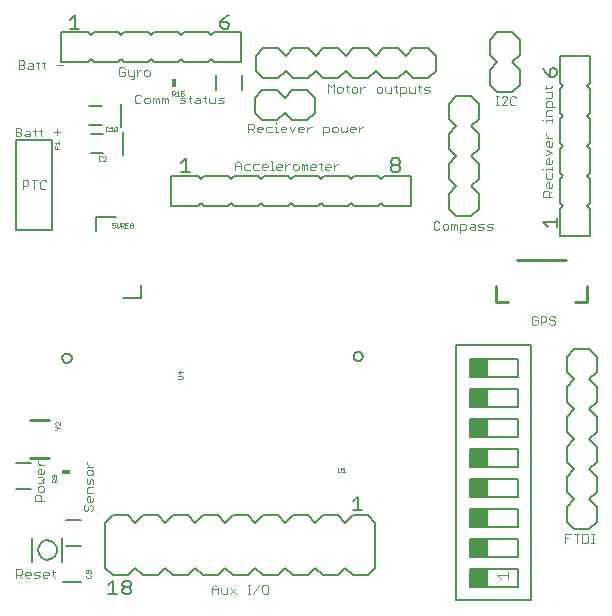
<source format=gto>
G75*
G70*
%OFA0B0*%
%FSLAX24Y24*%
%IPPOS*%
%LPD*%
%AMOC8*
5,1,8,0,0,1.08239X$1,22.5*
%
%ADD10C,0.0030*%
%ADD11C,0.0010*%
%ADD12C,0.0080*%
%ADD13C,0.0050*%
%ADD14C,0.0060*%
%ADD15C,0.0087*%
%ADD16C,0.0100*%
%ADD17R,0.0180X0.0300*%
%ADD18R,0.0600X0.0600*%
%ADD19R,0.0300X0.0180*%
D10*
X000729Y001284D02*
X000729Y001574D01*
X000874Y001574D01*
X000923Y001526D01*
X000923Y001429D01*
X000874Y001380D01*
X000729Y001380D01*
X000826Y001380D02*
X000923Y001284D01*
X001024Y001332D02*
X001024Y001429D01*
X001072Y001477D01*
X001169Y001477D01*
X001217Y001429D01*
X001217Y001380D01*
X001024Y001380D01*
X001024Y001332D02*
X001072Y001284D01*
X001169Y001284D01*
X001319Y001284D02*
X001464Y001284D01*
X001512Y001332D01*
X001464Y001380D01*
X001367Y001380D01*
X001319Y001429D01*
X001367Y001477D01*
X001512Y001477D01*
X001613Y001429D02*
X001662Y001477D01*
X001758Y001477D01*
X001807Y001429D01*
X001807Y001380D01*
X001613Y001380D01*
X001613Y001332D02*
X001613Y001429D01*
X001613Y001332D02*
X001662Y001284D01*
X001758Y001284D01*
X001956Y001332D02*
X001956Y001526D01*
X001908Y001477D02*
X002005Y001477D01*
X001956Y001332D02*
X002005Y001284D01*
X003033Y003513D02*
X003082Y003513D01*
X003130Y003561D01*
X003130Y003658D01*
X003178Y003707D01*
X003227Y003707D01*
X003275Y003658D01*
X003275Y003561D01*
X003227Y003513D01*
X003033Y003513D02*
X002985Y003561D01*
X002985Y003658D01*
X003033Y003707D01*
X003130Y003808D02*
X003082Y003856D01*
X003082Y003953D01*
X003130Y004001D01*
X003178Y004001D01*
X003178Y003808D01*
X003130Y003808D02*
X003227Y003808D01*
X003275Y003856D01*
X003275Y003953D01*
X003275Y004102D02*
X003082Y004102D01*
X003082Y004248D01*
X003130Y004296D01*
X003275Y004296D01*
X003275Y004397D02*
X003275Y004542D01*
X003227Y004591D01*
X003178Y004542D01*
X003178Y004445D01*
X003130Y004397D01*
X003082Y004445D01*
X003082Y004591D01*
X003130Y004692D02*
X003227Y004692D01*
X003275Y004740D01*
X003275Y004837D01*
X003227Y004885D01*
X003130Y004885D01*
X003082Y004837D01*
X003082Y004740D01*
X003130Y004692D01*
X003178Y004986D02*
X003082Y005083D01*
X003082Y005131D01*
X003082Y004986D02*
X003275Y004986D01*
X001641Y005026D02*
X001448Y005026D01*
X001544Y005026D02*
X001448Y005123D01*
X001448Y005171D01*
X001496Y004925D02*
X001544Y004925D01*
X001544Y004732D01*
X001496Y004732D02*
X001448Y004780D01*
X001448Y004877D01*
X001496Y004925D01*
X001641Y004877D02*
X001641Y004780D01*
X001593Y004732D01*
X001496Y004732D01*
X001448Y004631D02*
X001593Y004631D01*
X001641Y004582D01*
X001593Y004534D01*
X001641Y004485D01*
X001593Y004437D01*
X001448Y004437D01*
X001496Y004336D02*
X001448Y004288D01*
X001448Y004191D01*
X001496Y004142D01*
X001593Y004142D01*
X001641Y004191D01*
X001641Y004288D01*
X001593Y004336D01*
X001496Y004336D01*
X001496Y004041D02*
X001399Y004041D01*
X001351Y003993D01*
X001351Y003848D01*
X001641Y003848D01*
X001544Y003848D02*
X001544Y003993D01*
X001496Y004041D01*
X007262Y000951D02*
X007262Y000757D01*
X007262Y000902D02*
X007455Y000902D01*
X007455Y000951D02*
X007455Y000757D01*
X007556Y000806D02*
X007556Y000951D01*
X007455Y000951D02*
X007359Y001047D01*
X007262Y000951D01*
X007556Y000806D02*
X007605Y000757D01*
X007750Y000757D01*
X007750Y000951D01*
X007851Y000951D02*
X008045Y000757D01*
X007851Y000757D02*
X008045Y000951D01*
X008440Y001047D02*
X008537Y001047D01*
X008489Y001047D02*
X008489Y000757D01*
X008537Y000757D02*
X008440Y000757D01*
X008637Y000757D02*
X008830Y001047D01*
X008931Y000999D02*
X008931Y000806D01*
X008980Y000757D01*
X009077Y000757D01*
X009125Y000806D01*
X009125Y000999D01*
X009077Y001047D01*
X008980Y001047D01*
X008931Y000999D01*
X016755Y001366D02*
X017125Y001366D01*
X017125Y001243D02*
X017125Y001489D01*
X016879Y001243D02*
X016755Y001366D01*
X019014Y002450D02*
X019014Y002740D01*
X019207Y002740D01*
X019308Y002740D02*
X019502Y002740D01*
X019405Y002740D02*
X019405Y002450D01*
X019603Y002450D02*
X019603Y002740D01*
X019748Y002740D01*
X019796Y002692D01*
X019796Y002498D01*
X019748Y002450D01*
X019603Y002450D01*
X019898Y002450D02*
X019994Y002450D01*
X019946Y002450D02*
X019946Y002740D01*
X019898Y002740D02*
X019994Y002740D01*
X019110Y002595D02*
X019014Y002595D01*
X018646Y009714D02*
X018549Y009714D01*
X018501Y009762D01*
X018549Y009859D02*
X018501Y009907D01*
X018501Y009956D01*
X018549Y010004D01*
X018646Y010004D01*
X018694Y009956D01*
X018646Y009859D02*
X018694Y009811D01*
X018694Y009762D01*
X018646Y009714D01*
X018646Y009859D02*
X018549Y009859D01*
X018399Y009859D02*
X018351Y009811D01*
X018206Y009811D01*
X018206Y009714D02*
X018206Y010004D01*
X018351Y010004D01*
X018399Y009956D01*
X018399Y009859D01*
X018105Y009859D02*
X018105Y009762D01*
X018056Y009714D01*
X017960Y009714D01*
X017911Y009762D01*
X017911Y009956D01*
X017960Y010004D01*
X018056Y010004D01*
X018105Y009956D01*
X018105Y009859D02*
X018008Y009859D01*
X015528Y012786D02*
X015528Y013077D01*
X015673Y013077D01*
X015721Y013028D01*
X015721Y012932D01*
X015673Y012883D01*
X015528Y012883D01*
X015426Y012883D02*
X015426Y013028D01*
X015378Y013077D01*
X015330Y013028D01*
X015330Y012883D01*
X015233Y012883D02*
X015233Y013077D01*
X015281Y013077D01*
X015330Y013028D01*
X015132Y013028D02*
X015083Y013077D01*
X014987Y013077D01*
X014938Y013028D01*
X014938Y012932D01*
X014987Y012883D01*
X015083Y012883D01*
X015132Y012932D01*
X015132Y013028D01*
X014837Y012932D02*
X014789Y012883D01*
X014692Y012883D01*
X014644Y012932D01*
X014644Y013125D01*
X014692Y013173D01*
X014789Y013173D01*
X014837Y013125D01*
X015822Y012932D02*
X015871Y012980D01*
X016016Y012980D01*
X016016Y013028D02*
X016016Y012883D01*
X015871Y012883D01*
X015822Y012932D01*
X015871Y013077D02*
X015967Y013077D01*
X016016Y013028D01*
X016117Y013028D02*
X016165Y013077D01*
X016310Y013077D01*
X016262Y012980D02*
X016165Y012980D01*
X016117Y013028D01*
X016117Y012883D02*
X016262Y012883D01*
X016310Y012932D01*
X016262Y012980D01*
X016412Y013028D02*
X016460Y013077D01*
X016605Y013077D01*
X016557Y012980D02*
X016460Y012980D01*
X016412Y013028D01*
X016412Y012883D02*
X016557Y012883D01*
X016605Y012932D01*
X016557Y012980D01*
X018300Y013986D02*
X018300Y014131D01*
X018348Y014179D01*
X018445Y014179D01*
X018493Y014131D01*
X018493Y013986D01*
X018493Y014082D02*
X018590Y014179D01*
X018542Y014280D02*
X018445Y014280D01*
X018397Y014329D01*
X018397Y014425D01*
X018445Y014474D01*
X018493Y014474D01*
X018493Y014280D01*
X018542Y014280D02*
X018590Y014329D01*
X018590Y014425D01*
X018542Y014575D02*
X018445Y014575D01*
X018397Y014623D01*
X018397Y014768D01*
X018397Y014869D02*
X018397Y014918D01*
X018590Y014918D01*
X018590Y014966D02*
X018590Y014869D01*
X018590Y014768D02*
X018590Y014623D01*
X018542Y014575D01*
X018300Y014918D02*
X018251Y014918D01*
X018445Y015066D02*
X018397Y015114D01*
X018397Y015211D01*
X018445Y015259D01*
X018493Y015259D01*
X018493Y015066D01*
X018445Y015066D02*
X018542Y015066D01*
X018590Y015114D01*
X018590Y015211D01*
X018397Y015361D02*
X018590Y015457D01*
X018397Y015554D01*
X018445Y015655D02*
X018397Y015704D01*
X018397Y015800D01*
X018445Y015849D01*
X018493Y015849D01*
X018493Y015655D01*
X018445Y015655D02*
X018542Y015655D01*
X018590Y015704D01*
X018590Y015800D01*
X018590Y015950D02*
X018397Y015950D01*
X018493Y015950D02*
X018397Y016047D01*
X018397Y016095D01*
X018397Y016490D02*
X018397Y016538D01*
X018590Y016538D01*
X018590Y016490D02*
X018590Y016587D01*
X018590Y016686D02*
X018397Y016686D01*
X018397Y016832D01*
X018445Y016880D01*
X018590Y016880D01*
X018590Y016981D02*
X018590Y017126D01*
X018542Y017175D01*
X018445Y017175D01*
X018397Y017126D01*
X018397Y016981D01*
X018687Y016981D01*
X018542Y017276D02*
X018397Y017276D01*
X018542Y017276D02*
X018590Y017324D01*
X018590Y017469D01*
X018397Y017469D01*
X018397Y017570D02*
X018397Y017667D01*
X018348Y017619D02*
X018542Y017619D01*
X018590Y017667D01*
X018300Y016538D02*
X018251Y016538D01*
X017395Y017085D02*
X017347Y017037D01*
X017250Y017037D01*
X017202Y017085D01*
X017202Y017279D01*
X017250Y017327D01*
X017347Y017327D01*
X017395Y017279D01*
X017100Y017279D02*
X017052Y017327D01*
X016955Y017327D01*
X016907Y017279D01*
X016807Y017327D02*
X016711Y017327D01*
X016759Y017327D02*
X016759Y017037D01*
X016711Y017037D02*
X016807Y017037D01*
X016907Y017037D02*
X017100Y017230D01*
X017100Y017279D01*
X017100Y017037D02*
X016907Y017037D01*
X014505Y017498D02*
X014457Y017547D01*
X014360Y017547D01*
X014312Y017595D01*
X014360Y017644D01*
X014505Y017644D01*
X014505Y017498D02*
X014457Y017450D01*
X014312Y017450D01*
X014212Y017450D02*
X014164Y017498D01*
X014164Y017692D01*
X014116Y017644D02*
X014212Y017644D01*
X014014Y017644D02*
X014014Y017450D01*
X013869Y017450D01*
X013821Y017498D01*
X013821Y017644D01*
X013720Y017595D02*
X013720Y017498D01*
X013671Y017450D01*
X013526Y017450D01*
X013526Y017353D02*
X013526Y017644D01*
X013671Y017644D01*
X013720Y017595D01*
X013427Y017644D02*
X013330Y017644D01*
X013378Y017692D02*
X013378Y017498D01*
X013427Y017450D01*
X013229Y017450D02*
X013229Y017644D01*
X013035Y017644D02*
X013035Y017498D01*
X013084Y017450D01*
X013229Y017450D01*
X012934Y017498D02*
X012934Y017595D01*
X012886Y017644D01*
X012789Y017644D01*
X012741Y017595D01*
X012741Y017498D01*
X012789Y017450D01*
X012886Y017450D01*
X012934Y017498D01*
X012346Y017644D02*
X012297Y017644D01*
X012200Y017547D01*
X012200Y017450D02*
X012200Y017644D01*
X012099Y017595D02*
X012051Y017644D01*
X011954Y017644D01*
X011906Y017595D01*
X011906Y017498D01*
X011954Y017450D01*
X012051Y017450D01*
X012099Y017498D01*
X012099Y017595D01*
X011806Y017644D02*
X011709Y017644D01*
X011758Y017692D02*
X011758Y017498D01*
X011806Y017450D01*
X011608Y017498D02*
X011608Y017595D01*
X011560Y017644D01*
X011463Y017644D01*
X011415Y017595D01*
X011415Y017498D01*
X011463Y017450D01*
X011560Y017450D01*
X011608Y017498D01*
X011314Y017450D02*
X011314Y017740D01*
X011217Y017644D01*
X011120Y017740D01*
X011120Y017450D01*
X011112Y016325D02*
X010967Y016325D01*
X010967Y016034D01*
X010967Y016131D02*
X011112Y016131D01*
X011160Y016180D01*
X011160Y016276D01*
X011112Y016325D01*
X011262Y016276D02*
X011262Y016180D01*
X011310Y016131D01*
X011407Y016131D01*
X011455Y016180D01*
X011455Y016276D01*
X011407Y016325D01*
X011310Y016325D01*
X011262Y016276D01*
X011556Y016325D02*
X011556Y016180D01*
X011605Y016131D01*
X011653Y016180D01*
X011701Y016131D01*
X011750Y016180D01*
X011750Y016325D01*
X011851Y016276D02*
X011899Y016325D01*
X011996Y016325D01*
X012044Y016276D01*
X012044Y016228D01*
X011851Y016228D01*
X011851Y016180D02*
X011851Y016276D01*
X011851Y016180D02*
X011899Y016131D01*
X011996Y016131D01*
X012146Y016131D02*
X012146Y016325D01*
X012242Y016325D02*
X012146Y016228D01*
X012242Y016325D02*
X012291Y016325D01*
X011465Y015065D02*
X011416Y015065D01*
X011320Y014968D01*
X011320Y014871D02*
X011320Y015065D01*
X011218Y015016D02*
X011218Y014968D01*
X011025Y014968D01*
X011025Y014920D02*
X011025Y015016D01*
X011073Y015065D01*
X011170Y015065D01*
X011218Y015016D01*
X011170Y014871D02*
X011073Y014871D01*
X011025Y014920D01*
X010925Y014871D02*
X010877Y014920D01*
X010877Y015113D01*
X010829Y015065D02*
X010925Y015065D01*
X010727Y015016D02*
X010727Y014968D01*
X010534Y014968D01*
X010534Y014920D02*
X010534Y015016D01*
X010582Y015065D01*
X010679Y015065D01*
X010727Y015016D01*
X010679Y014871D02*
X010582Y014871D01*
X010534Y014920D01*
X010433Y014871D02*
X010433Y015016D01*
X010384Y015065D01*
X010336Y015016D01*
X010336Y014871D01*
X010239Y014871D02*
X010239Y015065D01*
X010288Y015065D01*
X010336Y015016D01*
X010138Y015016D02*
X010090Y015065D01*
X009993Y015065D01*
X009945Y015016D01*
X009945Y014920D01*
X009993Y014871D01*
X010090Y014871D01*
X010138Y014920D01*
X010138Y015016D01*
X009844Y015065D02*
X009796Y015065D01*
X009699Y014968D01*
X009699Y014871D02*
X009699Y015065D01*
X009598Y015016D02*
X009598Y014968D01*
X009404Y014968D01*
X009404Y014920D02*
X009404Y015016D01*
X009453Y015065D01*
X009550Y015065D01*
X009598Y015016D01*
X009550Y014871D02*
X009453Y014871D01*
X009404Y014920D01*
X009305Y014871D02*
X009208Y014871D01*
X009256Y014871D02*
X009256Y015162D01*
X009208Y015162D01*
X009107Y015016D02*
X009107Y014968D01*
X008913Y014968D01*
X008913Y014920D02*
X008913Y015016D01*
X008962Y015065D01*
X009059Y015065D01*
X009107Y015016D01*
X009059Y014871D02*
X008962Y014871D01*
X008913Y014920D01*
X008812Y014871D02*
X008667Y014871D01*
X008619Y014920D01*
X008619Y015016D01*
X008667Y015065D01*
X008812Y015065D01*
X008518Y015065D02*
X008372Y015065D01*
X008324Y015016D01*
X008324Y014920D01*
X008372Y014871D01*
X008518Y014871D01*
X008223Y014871D02*
X008223Y015065D01*
X008126Y015162D01*
X008029Y015065D01*
X008029Y014871D01*
X008029Y015016D02*
X008223Y015016D01*
X008463Y016131D02*
X008463Y016421D01*
X008608Y016421D01*
X008656Y016373D01*
X008656Y016276D01*
X008608Y016228D01*
X008463Y016228D01*
X008559Y016228D02*
X008656Y016131D01*
X008757Y016180D02*
X008757Y016276D01*
X008806Y016325D01*
X008902Y016325D01*
X008951Y016276D01*
X008951Y016228D01*
X008757Y016228D01*
X008757Y016180D02*
X008806Y016131D01*
X008902Y016131D01*
X009052Y016180D02*
X009100Y016131D01*
X009245Y016131D01*
X009346Y016131D02*
X009443Y016131D01*
X009395Y016131D02*
X009395Y016325D01*
X009346Y016325D01*
X009245Y016325D02*
X009100Y016325D01*
X009052Y016276D01*
X009052Y016180D01*
X009395Y016421D02*
X009395Y016470D01*
X009591Y016325D02*
X009543Y016276D01*
X009543Y016180D01*
X009591Y016131D01*
X009688Y016131D01*
X009736Y016228D02*
X009543Y016228D01*
X009591Y016325D02*
X009688Y016325D01*
X009736Y016276D01*
X009736Y016228D01*
X009838Y016325D02*
X009934Y016131D01*
X010031Y016325D01*
X010132Y016276D02*
X010181Y016325D01*
X010277Y016325D01*
X010326Y016276D01*
X010326Y016228D01*
X010132Y016228D01*
X010132Y016180D02*
X010132Y016276D01*
X010132Y016180D02*
X010181Y016131D01*
X010277Y016131D01*
X010427Y016131D02*
X010427Y016325D01*
X010524Y016325D02*
X010572Y016325D01*
X010524Y016325D02*
X010427Y016228D01*
X007646Y017144D02*
X007598Y017096D01*
X007453Y017096D01*
X007352Y017096D02*
X007352Y017289D01*
X007453Y017241D02*
X007501Y017289D01*
X007646Y017289D01*
X007598Y017193D02*
X007501Y017193D01*
X007453Y017241D01*
X007598Y017193D02*
X007646Y017144D01*
X007352Y017096D02*
X007206Y017096D01*
X007158Y017144D01*
X007158Y017289D01*
X007058Y017289D02*
X006962Y017289D01*
X007010Y017338D02*
X007010Y017144D01*
X007058Y017096D01*
X006860Y017096D02*
X006860Y017241D01*
X006812Y017289D01*
X006715Y017289D01*
X006715Y017193D02*
X006860Y017193D01*
X006860Y017096D02*
X006715Y017096D01*
X006667Y017144D01*
X006715Y017193D01*
X006567Y017289D02*
X006471Y017289D01*
X006519Y017338D02*
X006519Y017144D01*
X006567Y017096D01*
X006369Y017144D02*
X006321Y017193D01*
X006224Y017193D01*
X006176Y017241D01*
X006224Y017289D01*
X006369Y017289D01*
X006369Y017144D02*
X006321Y017096D01*
X006176Y017096D01*
X005780Y017096D02*
X005780Y017241D01*
X005732Y017289D01*
X005683Y017241D01*
X005683Y017096D01*
X005587Y017096D02*
X005587Y017289D01*
X005635Y017289D01*
X005683Y017241D01*
X005485Y017241D02*
X005485Y017096D01*
X005389Y017096D02*
X005389Y017241D01*
X005437Y017289D01*
X005485Y017241D01*
X005389Y017241D02*
X005340Y017289D01*
X005292Y017289D01*
X005292Y017096D01*
X005191Y017144D02*
X005142Y017096D01*
X005046Y017096D01*
X004997Y017144D01*
X004997Y017241D01*
X005046Y017289D01*
X005142Y017289D01*
X005191Y017241D01*
X005191Y017144D01*
X004896Y017144D02*
X004848Y017096D01*
X004751Y017096D01*
X004703Y017144D01*
X004703Y017338D01*
X004751Y017386D01*
X004848Y017386D01*
X004896Y017338D01*
X004591Y017905D02*
X004543Y017905D01*
X004591Y017905D02*
X004640Y017953D01*
X004640Y018195D01*
X004741Y018195D02*
X004741Y018001D01*
X004741Y018098D02*
X004838Y018195D01*
X004886Y018195D01*
X004986Y018146D02*
X004986Y018050D01*
X005035Y018001D01*
X005131Y018001D01*
X005180Y018050D01*
X005180Y018146D01*
X005131Y018195D01*
X005035Y018195D01*
X004986Y018146D01*
X004640Y018001D02*
X004495Y018001D01*
X004446Y018050D01*
X004446Y018195D01*
X004345Y018243D02*
X004297Y018292D01*
X004200Y018292D01*
X004152Y018243D01*
X004152Y018050D01*
X004200Y018001D01*
X004297Y018001D01*
X004345Y018050D01*
X004345Y018146D01*
X004248Y018146D01*
X002275Y018383D02*
X002082Y018383D01*
X001688Y018431D02*
X001591Y018431D01*
X001639Y018479D02*
X001639Y018286D01*
X001688Y018238D01*
X001491Y018238D02*
X001443Y018286D01*
X001443Y018479D01*
X001491Y018431D02*
X001394Y018431D01*
X001293Y018383D02*
X001293Y018238D01*
X001148Y018238D01*
X001100Y018286D01*
X001148Y018334D01*
X001293Y018334D01*
X001293Y018383D02*
X001245Y018431D01*
X001148Y018431D01*
X000999Y018431D02*
X000950Y018383D01*
X000805Y018383D01*
X000805Y018528D02*
X000950Y018528D01*
X000999Y018479D01*
X000999Y018431D01*
X000950Y018383D02*
X000999Y018334D01*
X000999Y018286D01*
X000950Y018238D01*
X000805Y018238D01*
X000805Y018528D01*
X000852Y016284D02*
X000707Y016284D01*
X000707Y015993D01*
X000852Y015993D01*
X000900Y016042D01*
X000900Y016090D01*
X000852Y016139D01*
X000707Y016139D01*
X000852Y016139D02*
X000900Y016187D01*
X000900Y016235D01*
X000852Y016284D01*
X001050Y016187D02*
X001146Y016187D01*
X001195Y016139D01*
X001195Y015993D01*
X001050Y015993D01*
X001001Y016042D01*
X001050Y016090D01*
X001195Y016090D01*
X001296Y016187D02*
X001393Y016187D01*
X001344Y016235D02*
X001344Y016042D01*
X001393Y015993D01*
X001541Y016042D02*
X001541Y016235D01*
X001589Y016187D02*
X001492Y016187D01*
X001541Y016042D02*
X001589Y015993D01*
X001983Y016139D02*
X002177Y016139D01*
X002080Y016235D02*
X002080Y016042D01*
X001677Y014532D02*
X001581Y014532D01*
X001532Y014483D01*
X001532Y014290D01*
X001581Y014241D01*
X001677Y014241D01*
X001726Y014290D01*
X001726Y014483D02*
X001677Y014532D01*
X001431Y014532D02*
X001238Y014532D01*
X001334Y014532D02*
X001334Y014241D01*
X001136Y014387D02*
X001088Y014338D01*
X000943Y014338D01*
X000943Y014241D02*
X000943Y014532D01*
X001088Y014532D01*
X001136Y014483D01*
X001136Y014387D01*
X018300Y013986D02*
X018590Y013986D01*
D11*
X011642Y004952D02*
X011592Y004902D01*
X011545Y004952D02*
X011545Y004827D01*
X011520Y004802D01*
X011470Y004802D01*
X011445Y004827D01*
X011445Y004952D01*
X011642Y004952D02*
X011642Y004802D01*
X011592Y004802D02*
X011692Y004802D01*
X006277Y007938D02*
X006277Y007988D01*
X006252Y008013D01*
X006127Y008013D01*
X006202Y008060D02*
X006202Y008160D01*
X006127Y008135D02*
X006202Y008060D01*
X006277Y008135D02*
X006127Y008135D01*
X006127Y007913D02*
X006252Y007913D01*
X006277Y007938D01*
X002183Y006467D02*
X002183Y006367D01*
X002083Y006467D01*
X002058Y006467D01*
X002033Y006442D01*
X002033Y006392D01*
X002058Y006367D01*
X002058Y006320D02*
X002033Y006320D01*
X002058Y006320D02*
X002108Y006270D01*
X002183Y006270D01*
X002108Y006270D02*
X002058Y006220D01*
X002033Y006220D01*
X002040Y004715D02*
X001940Y004715D01*
X001914Y004690D01*
X001914Y004640D01*
X001940Y004615D01*
X001965Y004615D01*
X001990Y004640D01*
X001990Y004715D01*
X002040Y004715D02*
X002065Y004690D01*
X002065Y004640D01*
X002040Y004615D01*
X002065Y004568D02*
X002015Y004518D01*
X002015Y004543D02*
X002015Y004468D01*
X002065Y004468D02*
X001914Y004468D01*
X001914Y004543D01*
X001940Y004568D01*
X001990Y004568D01*
X002015Y004543D01*
X003084Y001527D02*
X003059Y001502D01*
X003059Y001452D01*
X003084Y001427D01*
X003109Y001427D01*
X003134Y001452D01*
X003134Y001527D01*
X003184Y001527D02*
X003084Y001527D01*
X003184Y001527D02*
X003209Y001502D01*
X003209Y001452D01*
X003184Y001427D01*
X003184Y001379D02*
X003209Y001354D01*
X003209Y001304D01*
X003184Y001279D01*
X003084Y001279D01*
X003059Y001304D01*
X003059Y001354D01*
X003084Y001379D01*
X003950Y012952D02*
X003925Y012977D01*
X003950Y012952D02*
X004000Y012952D01*
X004025Y012977D01*
X004025Y013027D01*
X004000Y013052D01*
X003975Y013052D01*
X003925Y013027D01*
X003925Y013102D01*
X004025Y013102D01*
X004072Y013102D02*
X004072Y013002D01*
X004122Y012952D01*
X004172Y013002D01*
X004172Y013102D01*
X004220Y013102D02*
X004295Y013102D01*
X004320Y013077D01*
X004320Y013027D01*
X004295Y013002D01*
X004220Y013002D01*
X004270Y013002D02*
X004320Y012952D01*
X004367Y012952D02*
X004467Y012952D01*
X004514Y012977D02*
X004514Y013077D01*
X004539Y013102D01*
X004589Y013102D01*
X004614Y013077D01*
X004614Y013027D02*
X004564Y013027D01*
X004614Y013027D02*
X004614Y012977D01*
X004589Y012952D01*
X004539Y012952D01*
X004514Y012977D01*
X004417Y013027D02*
X004367Y013027D01*
X004367Y013102D02*
X004367Y012952D01*
X004220Y012952D02*
X004220Y013102D01*
X004367Y013102D02*
X004467Y013102D01*
X003720Y015176D02*
X003620Y015176D01*
X003720Y015276D01*
X003720Y015301D01*
X003695Y015326D01*
X003645Y015326D01*
X003620Y015301D01*
X003572Y015301D02*
X003547Y015326D01*
X003497Y015326D01*
X003472Y015301D01*
X003472Y015201D01*
X003497Y015176D01*
X003547Y015176D01*
X003572Y015201D01*
X003733Y016161D02*
X003784Y016161D01*
X003809Y016186D01*
X003856Y016161D02*
X003956Y016161D01*
X003906Y016161D02*
X003906Y016311D01*
X003856Y016261D01*
X003809Y016286D02*
X003784Y016311D01*
X003733Y016311D01*
X003708Y016286D01*
X003708Y016186D01*
X003733Y016161D01*
X004003Y016186D02*
X004103Y016286D01*
X004103Y016186D01*
X004078Y016161D01*
X004028Y016161D01*
X004003Y016186D01*
X004003Y016286D01*
X004028Y016311D01*
X004078Y016311D01*
X004103Y016286D01*
X005913Y017342D02*
X005913Y017492D01*
X005988Y017492D01*
X006013Y017467D01*
X006013Y017417D01*
X005988Y017392D01*
X005913Y017392D01*
X005963Y017392D02*
X006013Y017342D01*
X006061Y017342D02*
X006161Y017342D01*
X006111Y017342D02*
X006111Y017492D01*
X006061Y017442D01*
X006208Y017417D02*
X006258Y017442D01*
X006283Y017442D01*
X006308Y017417D01*
X006308Y017367D01*
X006283Y017342D01*
X006233Y017342D01*
X006208Y017367D01*
X006208Y017417D02*
X006208Y017492D01*
X006308Y017492D01*
X002163Y015837D02*
X002163Y015737D01*
X002163Y015787D02*
X002013Y015787D01*
X002063Y015737D01*
X002013Y015690D02*
X002013Y015590D01*
X002163Y015590D01*
X002088Y015590D02*
X002088Y015640D01*
D12*
X001927Y015878D02*
X000727Y015878D01*
X000727Y012878D01*
X001927Y012878D01*
X001927Y015878D01*
X007397Y017553D02*
X007397Y018053D01*
X008247Y018053D02*
X008247Y017553D01*
X008680Y017291D02*
X008930Y017541D01*
X009430Y017541D01*
X009680Y017291D01*
X009930Y017541D01*
X010430Y017541D01*
X010680Y017291D01*
X010680Y016791D01*
X010430Y016541D01*
X009930Y016541D01*
X009680Y016791D01*
X009430Y016541D01*
X008930Y016541D01*
X008680Y016791D01*
X008680Y017291D01*
X008969Y017939D02*
X009469Y017939D01*
X009719Y018189D01*
X009969Y017939D01*
X010469Y017939D01*
X010719Y018189D01*
X010969Y017939D01*
X011469Y017939D01*
X011719Y018189D01*
X011969Y017939D01*
X012469Y017939D01*
X012719Y018189D01*
X012969Y017939D01*
X013469Y017939D01*
X013719Y018189D01*
X013969Y017939D01*
X014469Y017939D01*
X014719Y018189D01*
X014719Y018689D01*
X014469Y018939D01*
X013969Y018939D01*
X013719Y018689D01*
X013469Y018939D01*
X012969Y018939D01*
X012719Y018689D01*
X012469Y018939D01*
X011969Y018939D01*
X011719Y018689D01*
X011469Y018939D01*
X010969Y018939D01*
X010719Y018689D01*
X010469Y018939D01*
X009969Y018939D01*
X009719Y018689D01*
X009469Y018939D01*
X008969Y018939D01*
X008719Y018689D01*
X008719Y018189D01*
X008969Y017939D01*
X015144Y017083D02*
X015144Y016583D01*
X015394Y016333D01*
X015144Y016083D01*
X015144Y015583D01*
X015394Y015333D01*
X015144Y015083D01*
X015144Y014583D01*
X015394Y014333D01*
X015144Y014083D01*
X015144Y013583D01*
X015394Y013333D01*
X015894Y013333D01*
X016144Y013583D01*
X016144Y014083D01*
X015894Y014333D01*
X016144Y014583D01*
X016144Y015083D01*
X015894Y015333D01*
X016144Y015583D01*
X016144Y016083D01*
X015894Y016333D01*
X016144Y016583D01*
X016144Y017083D01*
X015894Y017333D01*
X015394Y017333D01*
X015144Y017083D01*
X016511Y017724D02*
X016761Y017474D01*
X017261Y017474D01*
X017511Y017724D01*
X017511Y018224D01*
X017261Y018474D01*
X017511Y018724D01*
X017511Y019224D01*
X017261Y019474D01*
X016761Y019474D01*
X016511Y019224D01*
X016511Y018724D01*
X016761Y018474D01*
X016511Y018224D01*
X016511Y017724D01*
X019331Y008900D02*
X019831Y008900D01*
X020081Y008650D01*
X020081Y008150D01*
X019831Y007900D01*
X020081Y007650D01*
X020081Y007150D01*
X019831Y006900D01*
X020081Y006650D01*
X020081Y006150D01*
X019831Y005900D01*
X020081Y005650D01*
X020081Y005150D01*
X019831Y004900D01*
X020081Y004650D01*
X020081Y004150D01*
X019831Y003900D01*
X020081Y003650D01*
X020081Y003150D01*
X019831Y002900D01*
X019331Y002900D01*
X019081Y003150D01*
X019081Y003650D01*
X019331Y003900D01*
X019081Y004150D01*
X019081Y004650D01*
X019331Y004900D01*
X019081Y005150D01*
X019081Y005650D01*
X019331Y005900D01*
X019081Y006150D01*
X019081Y006650D01*
X019331Y006900D01*
X019081Y007150D01*
X019081Y007650D01*
X019331Y007900D01*
X019081Y008150D01*
X019081Y008650D01*
X019331Y008900D01*
X011971Y008657D02*
X012001Y008750D01*
X012080Y008807D01*
X012178Y008807D01*
X012257Y008750D01*
X012287Y008657D01*
X012257Y008564D01*
X012178Y008507D01*
X012080Y008507D01*
X012001Y008564D01*
X011971Y008657D01*
X002887Y003192D02*
X002387Y003192D01*
X002265Y002608D02*
X002265Y001808D01*
X002387Y002342D02*
X002887Y002342D01*
X001445Y002208D02*
X001482Y002357D01*
X001583Y002471D01*
X001726Y002526D01*
X001878Y002507D01*
X002005Y002420D01*
X002076Y002285D01*
X002076Y002131D01*
X002005Y001996D01*
X001878Y001909D01*
X001726Y001890D01*
X001583Y001945D01*
X001482Y002059D01*
X001445Y002208D01*
X001265Y001808D02*
X001265Y002608D01*
X002293Y001147D02*
X002893Y001147D01*
X001214Y004242D02*
X000714Y004242D01*
X000714Y005092D02*
X001214Y005092D01*
X002257Y008606D02*
X002287Y008699D01*
X002366Y008756D01*
X002464Y008756D01*
X002543Y008699D01*
X002573Y008606D01*
X002543Y008513D01*
X002464Y008456D01*
X002366Y008456D01*
X002287Y008513D01*
X002257Y008606D01*
D13*
X004290Y010597D02*
X004890Y010597D01*
X004890Y011047D01*
X003390Y012847D02*
X003390Y013297D01*
X004040Y013297D01*
X004289Y015369D02*
X004289Y016129D01*
X004233Y016320D02*
X004233Y017080D01*
X003573Y017020D02*
X003153Y017020D01*
X003153Y016380D02*
X003573Y016380D01*
X003629Y016069D02*
X003209Y016069D01*
X003209Y015429D02*
X003629Y015429D01*
X006223Y015116D02*
X006373Y015266D01*
X006373Y014815D01*
X006223Y014815D02*
X006523Y014815D01*
X007610Y019591D02*
X007760Y019591D01*
X007835Y019666D01*
X007835Y019741D01*
X007760Y019816D01*
X007535Y019816D01*
X007535Y019666D01*
X007610Y019591D01*
X007535Y019816D02*
X007685Y019966D01*
X007835Y020041D01*
X002835Y019591D02*
X002535Y019591D01*
X002685Y019591D02*
X002685Y020041D01*
X002535Y019891D01*
X013223Y015191D02*
X013223Y015116D01*
X013298Y015041D01*
X013448Y015041D01*
X013523Y014966D01*
X013523Y014891D01*
X013448Y014815D01*
X013298Y014815D01*
X013223Y014891D01*
X013223Y014966D01*
X013298Y015041D01*
X013448Y015041D02*
X013523Y015116D01*
X013523Y015191D01*
X013448Y015266D01*
X013298Y015266D01*
X013223Y015191D01*
X018293Y013140D02*
X018744Y013140D01*
X018744Y012990D02*
X018744Y013290D01*
X018444Y012990D02*
X018293Y013140D01*
X018519Y017990D02*
X018519Y018215D01*
X018594Y018290D01*
X018669Y018290D01*
X018744Y018215D01*
X018744Y018065D01*
X018669Y017990D01*
X018519Y017990D01*
X018369Y018140D01*
X018293Y018290D01*
X012114Y003986D02*
X012114Y003535D01*
X011964Y003535D02*
X012264Y003535D01*
X011964Y003836D02*
X012114Y003986D01*
X004564Y001111D02*
X004564Y001036D01*
X004489Y000960D01*
X004339Y000960D01*
X004264Y001036D01*
X004264Y001111D01*
X004339Y001186D01*
X004489Y001186D01*
X004564Y001111D01*
X004489Y000960D02*
X004564Y000885D01*
X004564Y000810D01*
X004489Y000735D01*
X004339Y000735D01*
X004264Y000810D01*
X004264Y000885D01*
X004339Y000960D01*
X004104Y000735D02*
X003804Y000735D01*
X003954Y000735D02*
X003954Y001186D01*
X003804Y001036D01*
D14*
X003950Y001360D02*
X004450Y001360D01*
X004700Y001610D01*
X004950Y001360D01*
X005450Y001360D01*
X005700Y001610D01*
X005950Y001360D01*
X006450Y001360D01*
X006700Y001610D01*
X006950Y001360D01*
X007450Y001360D01*
X007700Y001610D01*
X007950Y001360D01*
X008450Y001360D01*
X008700Y001610D01*
X008950Y001360D01*
X009450Y001360D01*
X009700Y001610D01*
X009950Y001360D01*
X010450Y001360D01*
X010700Y001610D01*
X010950Y001360D01*
X011450Y001360D01*
X011700Y001610D01*
X011950Y001360D01*
X012450Y001360D01*
X012700Y001610D01*
X012700Y003110D01*
X012450Y003360D01*
X011950Y003360D01*
X011700Y003110D01*
X011450Y003360D01*
X010950Y003360D01*
X010700Y003110D01*
X010450Y003360D01*
X009950Y003360D01*
X009700Y003110D01*
X009450Y003360D01*
X008950Y003360D01*
X008700Y003110D01*
X008450Y003360D01*
X007950Y003360D01*
X007700Y003110D01*
X007450Y003360D01*
X006950Y003360D01*
X006700Y003110D01*
X006450Y003360D01*
X005950Y003360D01*
X005700Y003110D01*
X005450Y003360D01*
X004950Y003360D01*
X004700Y003110D01*
X004450Y003360D01*
X003950Y003360D01*
X003700Y003110D01*
X003700Y001610D01*
X003950Y001360D01*
X015380Y000528D02*
X017900Y000528D01*
X017900Y009028D01*
X015380Y009028D01*
X015380Y000528D01*
X015840Y000978D02*
X017440Y000978D01*
X017440Y001578D01*
X015840Y001578D01*
X015840Y000978D01*
X015840Y001978D02*
X017440Y001978D01*
X017440Y002578D01*
X015840Y002578D01*
X015840Y001978D01*
X015840Y002978D02*
X017440Y002978D01*
X017440Y003578D01*
X015840Y003578D01*
X015840Y002978D01*
X015840Y003978D02*
X017440Y003978D01*
X017440Y004578D01*
X015840Y004578D01*
X015840Y003978D01*
X015840Y004978D02*
X017440Y004978D01*
X017440Y005578D01*
X015840Y005578D01*
X015840Y004978D01*
X015840Y005978D02*
X017440Y005978D01*
X017440Y006578D01*
X015840Y006578D01*
X015840Y005978D01*
X015840Y006978D02*
X017440Y006978D01*
X017440Y007578D01*
X015840Y007578D01*
X015840Y006978D01*
X015840Y007978D02*
X017440Y007978D01*
X017440Y008578D01*
X015840Y008578D01*
X015840Y007978D01*
X018869Y012665D02*
X018869Y013565D01*
X018969Y013665D01*
X018869Y013765D01*
X018869Y014565D01*
X018969Y014665D01*
X018869Y014765D01*
X018869Y015565D01*
X018969Y015665D01*
X018869Y015765D01*
X018869Y016565D01*
X018969Y016665D01*
X018869Y016765D01*
X018869Y017565D01*
X018969Y017665D01*
X018869Y017765D01*
X018869Y018665D01*
X019869Y018665D01*
X019869Y017765D01*
X019769Y017665D01*
X019869Y017565D01*
X019869Y016765D01*
X019769Y016665D01*
X019869Y016565D01*
X019869Y015765D01*
X019769Y015665D01*
X019869Y015565D01*
X019869Y014765D01*
X019769Y014665D01*
X019869Y014565D01*
X019869Y013765D01*
X019769Y013665D01*
X019869Y013565D01*
X019869Y012665D01*
X018869Y012665D01*
X013898Y013690D02*
X012998Y013690D01*
X012898Y013790D01*
X012798Y013690D01*
X011998Y013690D01*
X011898Y013790D01*
X011798Y013690D01*
X010998Y013690D01*
X010898Y013790D01*
X010798Y013690D01*
X009998Y013690D01*
X009898Y013790D01*
X009798Y013690D01*
X008998Y013690D01*
X008898Y013790D01*
X008798Y013690D01*
X007998Y013690D01*
X007898Y013790D01*
X007798Y013690D01*
X006998Y013690D01*
X006898Y013790D01*
X006798Y013690D01*
X005898Y013690D01*
X005898Y014690D01*
X006798Y014690D01*
X006898Y014590D01*
X006998Y014690D01*
X007798Y014690D01*
X007898Y014590D01*
X007998Y014690D01*
X008798Y014690D01*
X008898Y014590D01*
X008998Y014690D01*
X009798Y014690D01*
X009898Y014590D01*
X009998Y014690D01*
X010798Y014690D01*
X010898Y014590D01*
X010998Y014690D01*
X011798Y014690D01*
X011898Y014590D01*
X011998Y014690D01*
X012798Y014690D01*
X012898Y014590D01*
X012998Y014690D01*
X013898Y014690D01*
X013898Y013690D01*
X008210Y018466D02*
X008210Y019466D01*
X007310Y019466D01*
X007210Y019366D01*
X007110Y019466D01*
X006310Y019466D01*
X006210Y019366D01*
X006110Y019466D01*
X005310Y019466D01*
X005210Y019366D01*
X005110Y019466D01*
X004310Y019466D01*
X004210Y019366D01*
X004110Y019466D01*
X003310Y019466D01*
X003210Y019366D01*
X003110Y019466D01*
X002210Y019466D01*
X002210Y018466D01*
X003110Y018466D01*
X003210Y018566D01*
X003310Y018466D01*
X004110Y018466D01*
X004210Y018566D01*
X004310Y018466D01*
X005110Y018466D01*
X005210Y018566D01*
X005310Y018466D01*
X006110Y018466D01*
X006210Y018566D01*
X006310Y018466D01*
X007110Y018466D01*
X007210Y018566D01*
X007310Y018466D01*
X008210Y018466D01*
D15*
X001825Y006546D02*
X001195Y006546D01*
X001195Y005286D02*
X001825Y005286D01*
D16*
X016732Y010465D02*
X016732Y011015D01*
X016732Y010465D02*
X017132Y010465D01*
X017432Y011865D02*
X019038Y011865D01*
X019738Y011015D02*
X019738Y010465D01*
X019338Y010465D01*
D17*
X005987Y017789D03*
D18*
X016140Y008278D03*
X016140Y007278D03*
X016140Y006278D03*
X016140Y005278D03*
X016140Y004278D03*
X016140Y003278D03*
X016140Y002278D03*
X016140Y001278D03*
D19*
X002389Y004809D03*
M02*

</source>
